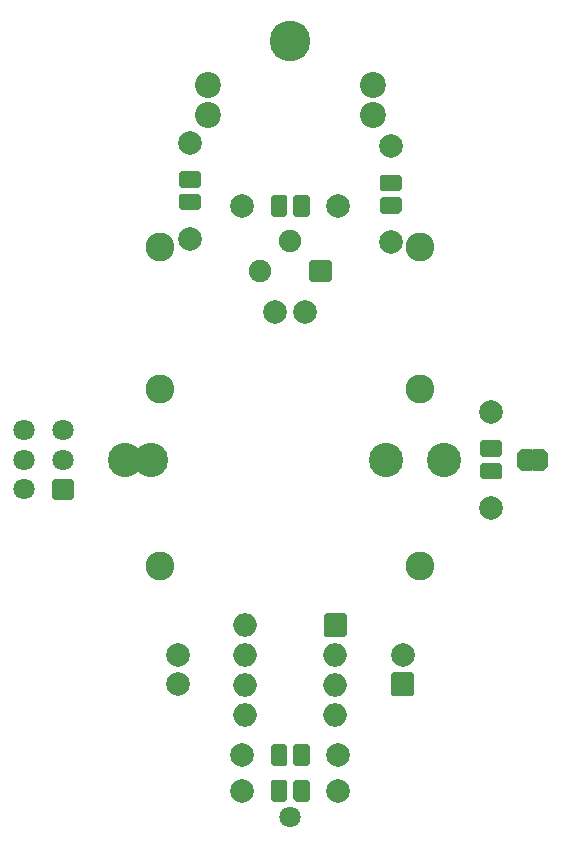
<source format=gbr>
%TF.GenerationSoftware,KiCad,Pcbnew,5.1.9-73d0e3b20d~88~ubuntu20.04.1*%
%TF.CreationDate,2021-08-18T17:43:57+05:30*%
%TF.ProjectId,MAP6,4d415036-2e6b-4696-9361-645f70636258,1*%
%TF.SameCoordinates,Original*%
%TF.FileFunction,Soldermask,Bot*%
%TF.FilePolarity,Negative*%
%FSLAX46Y46*%
G04 Gerber Fmt 4.6, Leading zero omitted, Abs format (unit mm)*
G04 Created by KiCad (PCBNEW 5.1.9-73d0e3b20d~88~ubuntu20.04.1) date 2021-08-18 17:43:57*
%MOMM*%
%LPD*%
G01*
G04 APERTURE LIST*
%ADD10C,1.800000*%
%ADD11C,2.000000*%
%ADD12C,1.900000*%
%ADD13C,2.200000*%
%ADD14C,2.900000*%
%ADD15O,2.000000X2.000000*%
%ADD16C,3.448000*%
%ADD17C,2.436000*%
%ADD18C,0.050800*%
G04 APERTURE END LIST*
D10*
%TO.C,SW1*%
X125950000Y-108500000D03*
X125950000Y-111000000D03*
X125950000Y-113500000D03*
X129250000Y-108500000D03*
X129250000Y-111000000D03*
G36*
G01*
X129950000Y-114400000D02*
X128550000Y-114400000D01*
G75*
G02*
X128350000Y-114200000I0J200000D01*
G01*
X128350000Y-112800000D01*
G75*
G02*
X128550000Y-112600000I200000J0D01*
G01*
X129950000Y-112600000D01*
G75*
G02*
X130150000Y-112800000I0J-200000D01*
G01*
X130150000Y-114200000D01*
G75*
G02*
X129950000Y-114400000I-200000J0D01*
G01*
G37*
%TD*%
%TO.C,R1*%
G36*
G01*
X140725000Y-87950000D02*
X139275000Y-87950000D01*
G75*
G02*
X139075000Y-87750000I0J200000D01*
G01*
X139075000Y-86750000D01*
G75*
G02*
X139275000Y-86550000I200000J0D01*
G01*
X140725000Y-86550000D01*
G75*
G02*
X140925000Y-86750000I0J-200000D01*
G01*
X140925000Y-87750000D01*
G75*
G02*
X140725000Y-87950000I-200000J0D01*
G01*
G37*
G36*
G01*
X140725000Y-89850000D02*
X139275000Y-89850000D01*
G75*
G02*
X139075000Y-89650000I0J200000D01*
G01*
X139075000Y-88650000D01*
G75*
G02*
X139275000Y-88450000I200000J0D01*
G01*
X140725000Y-88450000D01*
G75*
G02*
X140925000Y-88650000I0J-200000D01*
G01*
X140925000Y-89650000D01*
G75*
G02*
X140725000Y-89850000I-200000J0D01*
G01*
G37*
D11*
X140000000Y-84136000D03*
X140000000Y-92264000D03*
%TD*%
%TO.C,R2*%
G36*
G01*
X157725000Y-88250000D02*
X156275000Y-88250000D01*
G75*
G02*
X156075000Y-88050000I0J200000D01*
G01*
X156075000Y-87050000D01*
G75*
G02*
X156275000Y-86850000I200000J0D01*
G01*
X157725000Y-86850000D01*
G75*
G02*
X157925000Y-87050000I0J-200000D01*
G01*
X157925000Y-88050000D01*
G75*
G02*
X157725000Y-88250000I-200000J0D01*
G01*
G37*
G36*
G01*
X157725000Y-90150000D02*
X156275000Y-90150000D01*
G75*
G02*
X156075000Y-89950000I0J200000D01*
G01*
X156075000Y-88950000D01*
G75*
G02*
X156275000Y-88750000I200000J0D01*
G01*
X157725000Y-88750000D01*
G75*
G02*
X157925000Y-88950000I0J-200000D01*
G01*
X157925000Y-89950000D01*
G75*
G02*
X157725000Y-90150000I-200000J0D01*
G01*
G37*
X157000000Y-84436000D03*
X157000000Y-92564000D03*
%TD*%
%TO.C,R3*%
G36*
G01*
X148250000Y-88775000D02*
X148250000Y-90225000D01*
G75*
G02*
X148050000Y-90425000I-200000J0D01*
G01*
X147050000Y-90425000D01*
G75*
G02*
X146850000Y-90225000I0J200000D01*
G01*
X146850000Y-88775000D01*
G75*
G02*
X147050000Y-88575000I200000J0D01*
G01*
X148050000Y-88575000D01*
G75*
G02*
X148250000Y-88775000I0J-200000D01*
G01*
G37*
G36*
G01*
X150150000Y-88775000D02*
X150150000Y-90225000D01*
G75*
G02*
X149950000Y-90425000I-200000J0D01*
G01*
X148950000Y-90425000D01*
G75*
G02*
X148750000Y-90225000I0J200000D01*
G01*
X148750000Y-88775000D01*
G75*
G02*
X148950000Y-88575000I200000J0D01*
G01*
X149950000Y-88575000D01*
G75*
G02*
X150150000Y-88775000I0J-200000D01*
G01*
G37*
X144436000Y-89500000D03*
X152564000Y-89500000D03*
%TD*%
%TO.C,R4*%
G36*
G01*
X148750000Y-139725000D02*
X148750000Y-138275000D01*
G75*
G02*
X148950000Y-138075000I200000J0D01*
G01*
X149950000Y-138075000D01*
G75*
G02*
X150150000Y-138275000I0J-200000D01*
G01*
X150150000Y-139725000D01*
G75*
G02*
X149950000Y-139925000I-200000J0D01*
G01*
X148950000Y-139925000D01*
G75*
G02*
X148750000Y-139725000I0J200000D01*
G01*
G37*
G36*
G01*
X146850000Y-139725000D02*
X146850000Y-138275000D01*
G75*
G02*
X147050000Y-138075000I200000J0D01*
G01*
X148050000Y-138075000D01*
G75*
G02*
X148250000Y-138275000I0J-200000D01*
G01*
X148250000Y-139725000D01*
G75*
G02*
X148050000Y-139925000I-200000J0D01*
G01*
X147050000Y-139925000D01*
G75*
G02*
X146850000Y-139725000I0J200000D01*
G01*
G37*
X152564000Y-139000000D03*
X144436000Y-139000000D03*
%TD*%
%TO.C,R5*%
G36*
G01*
X166225000Y-110750000D02*
X164775000Y-110750000D01*
G75*
G02*
X164575000Y-110550000I0J200000D01*
G01*
X164575000Y-109550000D01*
G75*
G02*
X164775000Y-109350000I200000J0D01*
G01*
X166225000Y-109350000D01*
G75*
G02*
X166425000Y-109550000I0J-200000D01*
G01*
X166425000Y-110550000D01*
G75*
G02*
X166225000Y-110750000I-200000J0D01*
G01*
G37*
G36*
G01*
X166225000Y-112650000D02*
X164775000Y-112650000D01*
G75*
G02*
X164575000Y-112450000I0J200000D01*
G01*
X164575000Y-111450000D01*
G75*
G02*
X164775000Y-111250000I200000J0D01*
G01*
X166225000Y-111250000D01*
G75*
G02*
X166425000Y-111450000I0J-200000D01*
G01*
X166425000Y-112450000D01*
G75*
G02*
X166225000Y-112650000I-200000J0D01*
G01*
G37*
X165500000Y-106936000D03*
X165500000Y-115064000D03*
%TD*%
%TO.C,R6*%
G36*
G01*
X148250000Y-135275000D02*
X148250000Y-136725000D01*
G75*
G02*
X148050000Y-136925000I-200000J0D01*
G01*
X147050000Y-136925000D01*
G75*
G02*
X146850000Y-136725000I0J200000D01*
G01*
X146850000Y-135275000D01*
G75*
G02*
X147050000Y-135075000I200000J0D01*
G01*
X148050000Y-135075000D01*
G75*
G02*
X148250000Y-135275000I0J-200000D01*
G01*
G37*
G36*
G01*
X150150000Y-135275000D02*
X150150000Y-136725000D01*
G75*
G02*
X149950000Y-136925000I-200000J0D01*
G01*
X148950000Y-136925000D01*
G75*
G02*
X148750000Y-136725000I0J200000D01*
G01*
X148750000Y-135275000D01*
G75*
G02*
X148950000Y-135075000I200000J0D01*
G01*
X149950000Y-135075000D01*
G75*
G02*
X150150000Y-135275000I0J-200000D01*
G01*
G37*
X144436000Y-136000000D03*
X152564000Y-136000000D03*
%TD*%
%TO.C,Q1*%
G36*
G01*
X151990000Y-94250000D02*
X151990000Y-95750000D01*
G75*
G02*
X151790000Y-95950000I-200000J0D01*
G01*
X150290000Y-95950000D01*
G75*
G02*
X150090000Y-95750000I0J200000D01*
G01*
X150090000Y-94250000D01*
G75*
G02*
X150290000Y-94050000I200000J0D01*
G01*
X151790000Y-94050000D01*
G75*
G02*
X151990000Y-94250000I0J-200000D01*
G01*
G37*
D12*
X145960000Y-95000000D03*
X148500000Y-92460000D03*
%TD*%
D13*
%TO.C,D2*%
X155500000Y-81770000D03*
X155500000Y-79230000D03*
%TD*%
%TO.C,D1*%
X141500000Y-81770000D03*
X141500000Y-79230000D03*
%TD*%
D14*
%TO.C,BT1*%
X161500000Y-111000000D03*
X134500000Y-111000000D03*
X136700000Y-111000000D03*
X156600000Y-111000000D03*
%TD*%
D11*
%TO.C,C1*%
X158000000Y-127500000D03*
G36*
G01*
X158800000Y-131000000D02*
X157200000Y-131000000D01*
G75*
G02*
X157000000Y-130800000I0J200000D01*
G01*
X157000000Y-129200000D01*
G75*
G02*
X157200000Y-129000000I200000J0D01*
G01*
X158800000Y-129000000D01*
G75*
G02*
X159000000Y-129200000I0J-200000D01*
G01*
X159000000Y-130800000D01*
G75*
G02*
X158800000Y-131000000I-200000J0D01*
G01*
G37*
%TD*%
%TO.C,C2*%
X139000000Y-127500000D03*
X139000000Y-130000000D03*
%TD*%
D15*
%TO.C,U1*%
X144690000Y-125000000D03*
X152310000Y-132620000D03*
X144690000Y-127540000D03*
X152310000Y-130080000D03*
X144690000Y-130080000D03*
X152310000Y-127540000D03*
X144690000Y-132620000D03*
G36*
G01*
X153310000Y-124200000D02*
X153310000Y-125800000D01*
G75*
G02*
X153110000Y-126000000I-200000J0D01*
G01*
X151510000Y-126000000D01*
G75*
G02*
X151310000Y-125800000I0J200000D01*
G01*
X151310000Y-124200000D01*
G75*
G02*
X151510000Y-124000000I200000J0D01*
G01*
X153110000Y-124000000D01*
G75*
G02*
X153310000Y-124200000I0J-200000D01*
G01*
G37*
%TD*%
D16*
%TO.C,P2*%
X148500000Y-75500000D03*
%TD*%
D17*
%TO.C,P3*%
X137500000Y-120000000D03*
%TD*%
%TO.C,P4*%
X137500000Y-93000000D03*
%TD*%
%TO.C,P5*%
X159500000Y-120000000D03*
%TD*%
%TO.C,P6*%
X159500000Y-93000000D03*
%TD*%
%TO.C,P7*%
X137500000Y-105000000D03*
%TD*%
%TO.C,P8*%
X159500000Y-105000000D03*
%TD*%
D18*
%TO.C,JP1*%
G36*
X169110982Y-111946157D02*
G01*
X169073463Y-111934776D01*
X169038886Y-111916294D01*
X169008579Y-111891421D01*
X168983706Y-111861114D01*
X168965224Y-111826537D01*
X168953843Y-111789018D01*
X168950000Y-111750000D01*
X168950000Y-110250000D01*
X168953843Y-110210982D01*
X168965224Y-110173463D01*
X168983706Y-110138886D01*
X169008579Y-110108579D01*
X169038886Y-110083706D01*
X169073463Y-110065224D01*
X169110982Y-110053843D01*
X169150000Y-110050000D01*
X169650000Y-110050000D01*
X169656112Y-110050602D01*
X169674534Y-110050602D01*
X169694140Y-110051565D01*
X169742971Y-110056375D01*
X169762380Y-110059254D01*
X169810505Y-110068826D01*
X169829548Y-110073596D01*
X169876503Y-110087840D01*
X169894980Y-110094451D01*
X169940313Y-110113228D01*
X169958061Y-110121623D01*
X170001334Y-110144754D01*
X170018162Y-110154840D01*
X170058961Y-110182100D01*
X170074730Y-110193795D01*
X170112659Y-110224923D01*
X170127200Y-110238103D01*
X170161897Y-110272800D01*
X170175077Y-110287341D01*
X170206205Y-110325270D01*
X170217900Y-110341039D01*
X170245160Y-110381838D01*
X170255246Y-110398666D01*
X170278377Y-110441939D01*
X170286772Y-110459687D01*
X170305549Y-110505020D01*
X170312160Y-110523497D01*
X170326404Y-110570452D01*
X170331174Y-110589495D01*
X170340746Y-110637620D01*
X170343625Y-110657029D01*
X170348435Y-110705860D01*
X170349398Y-110725466D01*
X170349398Y-110743888D01*
X170350000Y-110750000D01*
X170350000Y-111250000D01*
X170349398Y-111256112D01*
X170349398Y-111274534D01*
X170348435Y-111294140D01*
X170343625Y-111342971D01*
X170340746Y-111362380D01*
X170331174Y-111410505D01*
X170326404Y-111429548D01*
X170312160Y-111476503D01*
X170305549Y-111494980D01*
X170286772Y-111540313D01*
X170278377Y-111558061D01*
X170255246Y-111601334D01*
X170245160Y-111618162D01*
X170217900Y-111658961D01*
X170206205Y-111674730D01*
X170175077Y-111712659D01*
X170161897Y-111727200D01*
X170127200Y-111761897D01*
X170112659Y-111775077D01*
X170074730Y-111806205D01*
X170058961Y-111817900D01*
X170018162Y-111845160D01*
X170001334Y-111855246D01*
X169958061Y-111878377D01*
X169940313Y-111886772D01*
X169894980Y-111905549D01*
X169876503Y-111912160D01*
X169829548Y-111926404D01*
X169810505Y-111931174D01*
X169762380Y-111940746D01*
X169742971Y-111943625D01*
X169694140Y-111948435D01*
X169674534Y-111949398D01*
X169656112Y-111949398D01*
X169650000Y-111950000D01*
X169150000Y-111950000D01*
X169110982Y-111946157D01*
G37*
G36*
X168343888Y-111949398D02*
G01*
X168325466Y-111949398D01*
X168305860Y-111948435D01*
X168257029Y-111943625D01*
X168237620Y-111940746D01*
X168189495Y-111931174D01*
X168170452Y-111926404D01*
X168123497Y-111912160D01*
X168105020Y-111905549D01*
X168059687Y-111886772D01*
X168041939Y-111878377D01*
X167998666Y-111855246D01*
X167981838Y-111845160D01*
X167941039Y-111817900D01*
X167925270Y-111806205D01*
X167887341Y-111775077D01*
X167872800Y-111761897D01*
X167838103Y-111727200D01*
X167824923Y-111712659D01*
X167793795Y-111674730D01*
X167782100Y-111658961D01*
X167754840Y-111618162D01*
X167744754Y-111601334D01*
X167721623Y-111558061D01*
X167713228Y-111540313D01*
X167694451Y-111494980D01*
X167687840Y-111476503D01*
X167673596Y-111429548D01*
X167668826Y-111410505D01*
X167659254Y-111362380D01*
X167656375Y-111342971D01*
X167651565Y-111294140D01*
X167650602Y-111274534D01*
X167650602Y-111256112D01*
X167650000Y-111250000D01*
X167650000Y-110750000D01*
X167650602Y-110743888D01*
X167650602Y-110725466D01*
X167651565Y-110705860D01*
X167656375Y-110657029D01*
X167659254Y-110637620D01*
X167668826Y-110589495D01*
X167673596Y-110570452D01*
X167687840Y-110523497D01*
X167694451Y-110505020D01*
X167713228Y-110459687D01*
X167721623Y-110441939D01*
X167744754Y-110398666D01*
X167754840Y-110381838D01*
X167782100Y-110341039D01*
X167793795Y-110325270D01*
X167824923Y-110287341D01*
X167838103Y-110272800D01*
X167872800Y-110238103D01*
X167887341Y-110224923D01*
X167925270Y-110193795D01*
X167941039Y-110182100D01*
X167981838Y-110154840D01*
X167998666Y-110144754D01*
X168041939Y-110121623D01*
X168059687Y-110113228D01*
X168105020Y-110094451D01*
X168123497Y-110087840D01*
X168170452Y-110073596D01*
X168189495Y-110068826D01*
X168237620Y-110059254D01*
X168257029Y-110056375D01*
X168305860Y-110051565D01*
X168325466Y-110050602D01*
X168343888Y-110050602D01*
X168350000Y-110050000D01*
X168850000Y-110050000D01*
X168889018Y-110053843D01*
X168926537Y-110065224D01*
X168961114Y-110083706D01*
X168991421Y-110108579D01*
X169016294Y-110138886D01*
X169034776Y-110173463D01*
X169046157Y-110210982D01*
X169050000Y-110250000D01*
X169050000Y-111750000D01*
X169046157Y-111789018D01*
X169034776Y-111826537D01*
X169016294Y-111861114D01*
X168991421Y-111891421D01*
X168961114Y-111916294D01*
X168926537Y-111934776D01*
X168889018Y-111946157D01*
X168850000Y-111950000D01*
X168350000Y-111950000D01*
X168343888Y-111949398D01*
G37*
%TD*%
D11*
%TO.C,M1*%
X149770000Y-98500000D03*
X147230000Y-98500000D03*
%TD*%
D10*
%TO.C,P9*%
X148500000Y-141250000D03*
%TD*%
M02*

</source>
